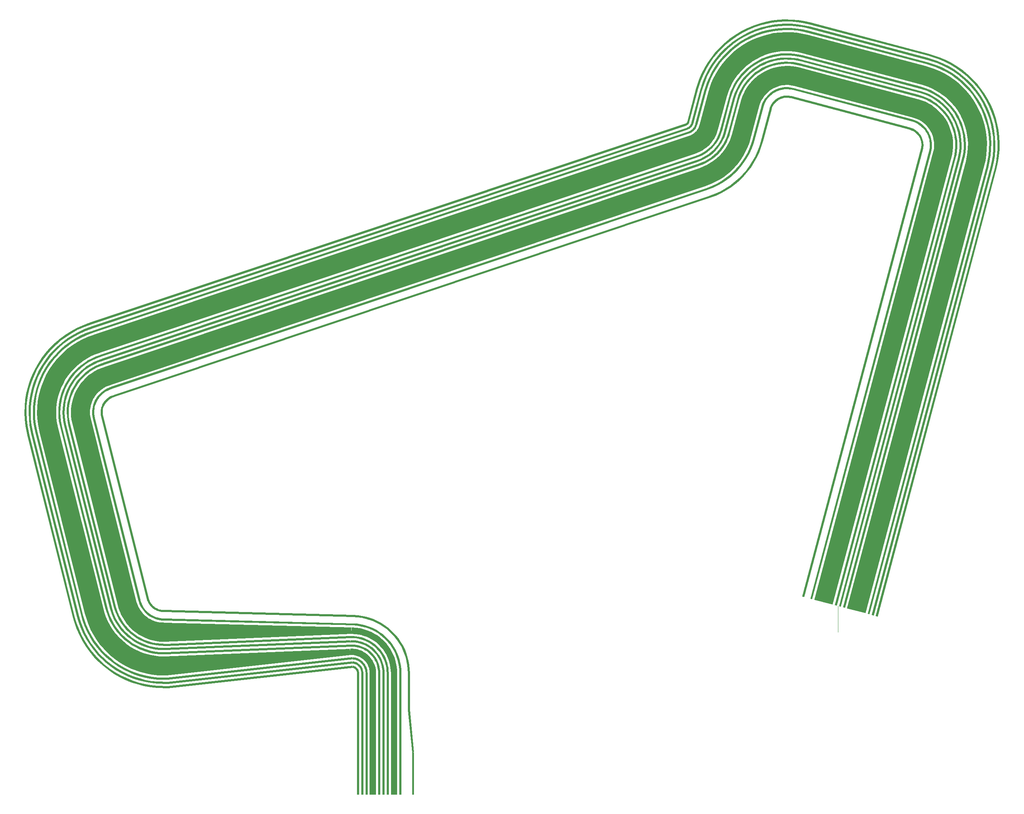
<source format=gbr>
G04 AutoGERB 2.0 for AutoCAD 14*
G04 RS274-X Output *
%FSLAX34Y34*%
%MOMM*%
%ADD12C,0.005000*%
%ADD13C,0.007000*%
G36*X2659550Y1020515D02*X2940090Y2078276D01*X2941920Y2086290*X2943181Y2094368*X2943877Y2102515*X2944004Y2110691*X2943564Y2118855*X2942556Y2126968*X2940987Y2134992*X2938863Y2142888*X2936196Y2150618*X2932997Y2158141*X2929282Y2165425*X2925071Y2172434*X2920381Y2179131*X2915238Y2185487*X2909665Y2191470*X2903690Y2197051*X2897341Y2202202*X2890648Y2206900*X2883646Y2211120*X2876366Y2214844*X2868869Y2218043*X2856584Y2222032*X2576384Y2296346*X2568370Y2298176*X2560291Y2299437*X2552144Y2300133*X2543969Y2300260*X2535805Y2299820*X2527691Y2298812*X2519667Y2297243*X2511772Y2295119*X2504042Y2292452*X2496518Y2289253*X2489234Y2285539*X2482226Y2281327*X2475528Y2276637*X2469172Y2271495*X2463189Y2265922*X2457609Y2259946*X2452458Y2253597*X2447760Y2246904*X2443539Y2239902*X2439815Y2232624*X2436617Y2225125*X2432628Y2212841*X2412534Y2137074*X2410277Y2129624*X2407493Y2122308*X2404206Y2115202*X2400434Y2108342*X2396193Y2101762*X2391505Y2095493*X2386392Y2089564*X2380879Y2084005*X2374994Y2078844*X2368764Y2074104*X2362218Y2069809*X2355391Y2065979*X2348305Y2062630*X2339551Y2059287*X930359Y1587773*X922659Y1584896*X915219Y1581507*X908031Y1577610*X901132Y1573222*X894555Y1568365*X888331Y1563062*X882491Y1557339*X877064Y1551224*X872075Y1544747*X867549Y1537938*X863507Y1530830*X859969Y1523459*X856952Y1515860*X854471Y1508069*X852537Y1500125*X851162Y1492066*X850350Y1483930*X850105Y1475757*X850429Y1467587*X851319Y1459479*X853625Y1447773*X961041Y1018105*X963311Y1010206*X966111Y1002523*X969437Y995054*X973274Y987835*X977605Y980900*X982408Y974282*X987659Y968015*X993333Y962128*X999402Y956650*X1005839Y951607*X1012610Y947024*X1019683Y942923*X1027025Y939325*X1034599Y936244*X1042368Y933698*X1050296Y931700*X1058344Y930257*X1066445Y929380*X1080124Y929166*X1080045Y924167*X1066136Y924385*X1057633Y925304*X1049243Y926809*X1040977Y928893*X1032876Y931547*X1024980Y934758*X1017326Y938510*X1009951Y942785*X1002892Y947564*X996181Y952821*X989854Y958533*X983938Y964670*X978463Y971205*X973456Y978103*X968941Y985334*X964940Y992861*X961472Y1000648*X958554Y1008657*X956212Y1016808*X848744Y1446682*X846372Y1458722*X845440Y1467214*X845102Y1475732*X845357Y1484253*X846203Y1492735*X847638Y1501138*X849654Y1509420*X852241Y1517543*X855386Y1525466*X859074Y1533151*X863288Y1540561*X868008Y1547660*X873209Y1554413*X878868Y1560788*X884956Y1566755*X891444Y1572284*X898301Y1577347*X905494Y1581923*X912988Y1585986*X920746Y1589519*X928690Y1592488*X2337866Y2063996*X2346342Y2067233*X2353096Y2070426*X2359621Y2074084*X2365875Y2078189*X2371829Y2082717*X2377452Y2087650*X2382719Y2092961*X2387604Y2098626*X2392084Y2104617*X2396137Y2110905*X2399741Y2117459*X2402882Y2124249*X2405542Y2131239*X2407723Y2138441*X2427831Y2214254*X2431930Y2226882*X2435284Y2234745*X2439166Y2242335*X2443567Y2249635*X2448465Y2256612*X2453836Y2263231*X2459654Y2269461*X2465891Y2275272*X2472519Y2280634*X2479501Y2285522*X2486807Y2289914*X2494401Y2293786*X2502247Y2297121*X2510305Y2299902*X2518536Y2302116*X2526902Y2303753*X2535362Y2304803*X2543874Y2305263*X2552397Y2305130*X2560890Y2304404*X2569313Y2303089*X2577581Y2301201*X2857997Y2226829*X2870626Y2222730*X2878489Y2219375*X2886077Y2215493*X2893379Y2211093*X2900356Y2206195*X2906975Y2200824*X2913206Y2195005*X2919015Y2188768*X2924378Y2182142*X2929266Y2175159*X2933657Y2167852*X2937530Y2160258*X2940865Y2152413*X2943646Y2144355*X2945860Y2136123*X2947497Y2127757*X2948547Y2119298*X2949007Y2110786*X2948874Y2102262*X2948148Y2093769*X2946833Y2085347*X2944945Y2077079*X2664383Y1019233*X2659550Y1020515*G37*G36*X2669216Y1017952D02*X2949756Y2075712D01*X2951740Y2084405*X2953109Y2093171*X2953864Y2102011*X2954002Y2110881*X2953524Y2119741*X2952431Y2128545*X2950728Y2137252*X2948424Y2145820*X2945529Y2154206*X2942058Y2162371*X2938028Y2170275*X2933458Y2177880*X2928369Y2185148*X2922788Y2192045*X2916741Y2198537*X2910257Y2204592*X2903367Y2210182*X2896105Y2215279*X2888507Y2219859*X2880608Y2223900*X2872470Y2227372*X2859148Y2231698*X2578947Y2306012*X2570255Y2307997*X2561489Y2309365*X2552649Y2310120*X2543778Y2310259*X2534919Y2309781*X2526114Y2308687*X2517408Y2306984*X2508840Y2304680*X2500453Y2301785*X2492288Y2298314*X2484385Y2294284*X2476780Y2289714*X2469512Y2284625*X2462615Y2279044*X2456123Y2272997*X2450067Y2266513*X2444478Y2259624*X2439380Y2252361*X2434800Y2244764*X2430760Y2236864*X2427288Y2228727*X2422962Y2215404*X2402868Y2139639*X2400813Y2132854*X2398276Y2126187*X2395282Y2119714*X2391844Y2113464*X2387981Y2107468*X2383709Y2101756*X2379051Y2096355*X2374028Y2091290*X2368666Y2086587*X2362989Y2082269*X2357026Y2078356*X2350806Y2074866*X2344348Y2071814*X2336378Y2068771*X927186Y1597256*X918834Y1594135*X910761Y1590458*X902961Y1586229*X895475Y1581468*X888338Y1576197*X881585Y1570443*X875248Y1564234*X869359Y1557598*X863945Y1550569*X859034Y1543181*X854648Y1535468*X850808Y1527470*X847535Y1519224*X844843Y1510770*X842745Y1502150*X841251Y1493405*X840371Y1484576*X840105Y1475708*X840457Y1466843*X841423Y1458043*X843923Y1445348*X951340Y1015680*X953802Y1007112*X956840Y998775*X960449Y990670*X964613Y982837*X969312Y975310*X974524Y968130*X980221Y961330*X986378Y954942*X992965Y948998*X999949Y943526*X1007296Y938553*X1014971Y934103*X1022938Y930198*X1031157Y926855*X1039587Y924093*X1048190Y921924*X1056923Y920359*X1065716Y919406*X1080544Y919175*X1080465Y914176*X1065407Y914411*X1056212Y915406*X1047137Y917033*X1038196Y919288*X1029434Y922158*X1020893Y925631*X1012614Y929690*X1004637Y934314*X997002Y939483*X989744Y945169*X982899Y951347*X976500Y957985*X970579Y965053*X965163Y972515*X960280Y980336*X955952Y988477*X952201Y996900*X949045Y1005563*X946511Y1014383*X839042Y1444257*X836476Y1457286*X835468Y1466470*X835102Y1475683*X835378Y1484899*X836294Y1494074*X837846Y1503163*X840026Y1512121*X842824Y1520907*X846225Y1529477*X850215Y1537789*X854773Y1545804*X859878Y1553482*X865504Y1560787*X871625Y1567683*X878210Y1574136*X885227Y1580116*X892644Y1585593*X900424Y1590542*X908530Y1594937*X916921Y1598758*X925517Y1601971*X2334693Y2073480*X2342385Y2076417*X2348511Y2079313*X2354429Y2082631*X2360100Y2086354*X2365501Y2090462*X2370601Y2094935*X2375378Y2099752*X2379810Y2104889*X2383872Y2110323*X2387547Y2116027*X2390817Y2121971*X2393665Y2128128*X2396078Y2134469*X2398057Y2141004*X2418165Y2216817*X2422601Y2230484*X2426229Y2238987*X2430427Y2247195*X2435187Y2255092*X2440485Y2262639*X2446294Y2269798*X2452588Y2276538*X2459334Y2282821*X2466501Y2288622*X2474055Y2293909*X2481958Y2298659*X2490171Y2302847*X2498658Y2306454*X2507373Y2309463*X2516277Y2311857*X2525325Y2313628*X2534476Y2314764*X2543683Y2315262*X2552902Y2315117*X2562088Y2314332*X2571198Y2312910*X2580144Y2310867*X2860561Y2236495*X2874227Y2232059*X2882731Y2228431*X2890940Y2224232*X2898836Y2219472*X2906382Y2214175*X2913542Y2208365*X2920280Y2202072*X2926565Y2195326*X2932366Y2188159*X2937653Y2180605*X2942403Y2172702*X2946591Y2164488*X2950198Y2156003*X2953207Y2147287*X2955601Y2138383*X2957372Y2129334*X2958507Y2120184*X2959005Y2110978*X2958861Y2101758*X2958076Y2092572*X2956653Y2083462*X2954611Y2074515*X2674049Y1016670*X2669216Y1017952*G37*G36*X2678882Y1015388D02*X2959422Y2073149D01*X2961561Y2082520*X2963037Y2091973*X2963851Y2101507*X2964000Y2111074*X2963485Y2120627*X2962305Y2130122*X2960469Y2139512*X2957984Y2148752*X2954863Y2157797*X2951119Y2166601*X2946773Y2175125*X2941844Y2183326*X2936356Y2191165*X2930338Y2198602*X2923817Y2205603*X2916824Y2212134*X2909394Y2218162*X2901562Y2223659*X2893368Y2228598*X2884850Y2232956*X2876072Y2236701*X2861711Y2241364*X2581511Y2315678*X2572140Y2317817*X2562687Y2319293*X2553153Y2320107*X2543586Y2320257*X2534032Y2319741*X2524538Y2318562*X2515148Y2316726*X2505908Y2314240*X2496863Y2311119*X2488059Y2307376*X2479535Y2303029*X2471334Y2298101*X2463496Y2292613*X2456058Y2286594*X2449056Y2280073*X2442526Y2273080*X2436498Y2265650*X2431001Y2257819*X2426062Y2249624*X2421704Y2241106*X2417959Y2232328*X2413296Y2217968*X2393202Y2142203*X2391349Y2136084*X2389060Y2130067*X2386357Y2124225*X2383255Y2118586*X2379769Y2113174*X2375913Y2108020*X2371710Y2103145*X2367177Y2098574*X2362338Y2094330*X2357215Y2090433*X2351833Y2086902*X2346220Y2083753*X2340392Y2080998*X2333205Y2078254*X924013Y1606741*X915010Y1603375*X906302Y1599410*X897891Y1594849*X889818Y1589714*X882122Y1584030*X874838Y1577825*X868005Y1571128*X861654Y1563972*X855815Y1556392*X850519Y1548424*X845789Y1540107*X841648Y1531481*X838117Y1522588*X835214Y1513472*X832952Y1504175*X831341Y1494744*X830392Y1485223*X830105Y1475659*X830485Y1466099*X831527Y1456607*X834222Y1442922*X941638Y1013255*X944293Y1004017*X947569Y995027*X951461Y986287*X955952Y977838*X961020Y969723*X966640Y961979*X972784Y954645*X979424Y947756*X986527Y941346*X994059Y935444*X1001982Y930082*X1010260Y925283*X1018851Y921071*X1027714Y917467*X1036806Y914488*X1046084Y912149*X1055502Y910460*X1064986Y909433*X1080964Y909184*X1080885Y904185*X1064677Y904438*X1054791Y905507*X1045031Y907258*X1035415Y909683*X1025991Y912770*X1016806Y916504*X1007903Y920870*X999323Y925843*X991112Y931401*X983306Y937517*X975945Y944161*X969063Y951300*X962695Y958902*X956871Y966926*X951619Y975337*X946964Y984094*X942930Y993152*X939536Y1002468*X936809Y1011958*X829341Y1441831*X826580Y1455850*X825496Y1465726*X825102Y1475634*X825399Y1485546*X826384Y1495413*X828053Y1505188*X830397Y1514823*X833406Y1524271*X837065Y1533488*X841356Y1542428*X846258Y1551047*X851748Y1559305*X857799Y1567161*X864380Y1574577*X871463Y1581518*X879011Y1587949*X886987Y1593839*X895354Y1599162*X904071Y1603889*X913097Y1607998*X922344Y1611454*X2331520Y2082963*X2338429Y2085601*X2343925Y2088200*X2349236Y2091177*X2354326Y2094518*X2359173Y2098205*X2363750Y2102219*X2368037Y2106542*X2372014Y2111153*X2375660Y2116029*X2378958Y2121147*X2381892Y2126482*X2384449Y2132008*X2386614Y2137699*X2388391Y2143568*X2408499Y2219381*X2413272Y2234085*X2417173Y2243229*X2421689Y2252057*X2426808Y2260550*X2432505Y2268665*X2438753Y2276365*X2445521Y2283612*X2452777Y2290371*X2460485Y2296610*X2468609Y2302296*X2477108Y2307404*X2485942Y2311909*X2495068Y2315788*X2504441Y2319023*X2514017Y2321599*X2523749Y2323503*X2533589Y2324724*X2543491Y2325260*X2553406Y2325104*X2563286Y2324260*X2573083Y2322730*X2582708Y2320533*X2863124Y2246161*X2877829Y2241388*X2886973Y2237487*X2895801Y2232971*X2904293Y2227852*X2912409Y2222155*X2920109Y2215907*X2927356Y2209138*X2934115Y2201883*X2940353Y2194174*X2946039Y2186051*X2951148Y2177552*X2955652Y2168718*X2959532Y2159592*X2962767Y2150219*X2965342Y2140643*X2967246Y2130911*X2968468Y2121070*X2969003Y2111169*X2968848Y2101254*X2968004Y2091374*X2966474Y2081577*X2964277Y2071952*X2683715Y1014106*X2678882Y1015388*G37*G36*X2736877Y1000007D02*X3017417Y2057767D01*X3020485Y2071208*X3022605Y2084787*X3023775Y2098481*X3023989Y2112222*X3023249Y2125945*X3021555Y2139583*X3018917Y2153071*X3015347Y2166342*X3010864Y2179334*X3005487Y2191981*X2999244Y2204224*X2992165Y2216004*X2984282Y2227262*X2975638Y2237945*X2966271Y2248002*X2956226Y2257382*X2945554Y2266041*X2934305Y2273937*X2922535Y2281031*X2910300Y2287291*X2897682Y2292674*X2877093Y2299359*X2596892Y2373673*X2583451Y2376742*X2569873Y2378861*X2556179Y2380031*X2542438Y2380246*X2528715Y2379505*X2515076Y2377811*X2501589Y2375174*X2488318Y2371604*X2475326Y2367120*X2462679Y2361743*X2450436Y2355500*X2438656Y2348421*X2427397Y2340539*X2416714Y2331894*X2406658Y2322527*X2397278Y2312483*X2388619Y2301810*X2380723Y2290561*X2373628Y2278791*X2367369Y2266556*X2361986Y2253938*X2355301Y2233349*X2335207Y2157584*X2334564Y2155461*X2333760Y2153347*X2332810Y2151294*X2331720Y2149313*X2330496Y2147411*X2329140Y2145600*X2327664Y2143888*X2326072Y2142282*X2324371Y2140790*X2322571Y2139421*X2320681Y2138181*X2318708Y2137074*X2316655Y2136103*X2314166Y2135153*X904975Y1663640*X892060Y1658812*X879553Y1653117*X867472Y1646566*X855876Y1639191*X844821Y1631026*X834360Y1622113*X824544Y1612494*X815421Y1602215*X807035Y1591327*X799427Y1579883*X792633Y1567936*X786686Y1555546*X781615Y1542773*X777445Y1529678*X774195Y1516324*X771882Y1502778*X770518Y1489102*X770106Y1475365*X770652Y1461633*X772149Y1447991*X776013Y1428370*X883430Y998703*X887237Y985452*X891942Y972539*X897533Y959985*X903984Y947850*X911263Y936192*X919336Y925070*X928161Y914536*X937699Y904641*X947901Y895433*X958719Y886957*X970101Y879254*X981990Y872361*X994330Y866311*X1007061Y861134*X1020121Y856855*X1033446Y853495*X1046974Y851070*X1060610Y849594*X1083484Y849237*X1083405Y844238*X1060301Y844599*X1046263Y846117*X1032393Y848604*X1018730Y852050*X1005338Y856437*X992285Y861744*X979633Y867948*X967442Y875015*X955772Y882914*X944680Y891604*X934220Y901046*X924440Y911191*X915391Y921993*X907114Y933397*X899651Y945349*X893036Y957792*X887303Y970664*X882480Y983905*X878601Y997406*X771132Y1427279*X767202Y1447234*X765663Y1461260*X765103Y1475340*X765525Y1489425*X766925Y1503447*X769296Y1517337*X772628Y1531029*X776904Y1544456*X782103Y1557553*X788200Y1570257*X795166Y1582506*X802968Y1594240*X811566Y1605404*X820921Y1615943*X830985Y1625806*X841710Y1634945*X853045Y1643316*X864935Y1650879*X877322Y1657596*X890147Y1663435*X903306Y1668353*X2312481Y2139862*X2314692Y2140706*X2316413Y2141519*X2318082Y2142456*X2319682Y2143506*X2321206Y2144665*X2322643Y2145925*X2323991Y2147285*X2325241Y2148735*X2326387Y2150266*X2327423Y2151874*X2328345Y2153551*X2329149Y2155288*X2329829Y2157076*X2330396Y2158949*X2350504Y2234762*X2357299Y2255695*X2362838Y2268679*X2369255Y2281224*X2376530Y2293292*X2384626Y2304825*X2393505Y2315768*X2403123Y2326066*X2413433Y2335671*X2424388Y2344536*X2435931Y2352616*X2448009Y2359875*X2460562Y2366276*X2473531Y2371789*X2486851Y2376387*X2500458Y2380047*X2514287Y2382752*X2528272Y2384488*X2542343Y2385249*X2556432Y2385028*X2570472Y2383828*X2584394Y2381655*X2598089Y2378528*X2878506Y2304156*X2899439Y2297361*X2912423Y2291822*X2924968Y2285404*X2937036Y2278130*X2948569Y2270034*X2959511Y2261155*X2969810Y2251537*X2979415Y2241226*X2988279Y2230273*X2996360Y2218729*X3003619Y2206651*X3010020Y2194098*X3015533Y2181129*X3020130Y2167809*X3023790Y2154202*X3026496Y2140372*X3028232Y2126388*X3028992Y2112317*X3028772Y2098228*X3027572Y2084188*X3025398Y2070265*X3022272Y2056570*X2741710Y998725*X2736877Y1000007*G37*G36*X2746543Y997443D02*X3027083Y2055204D01*X3030306Y2069323*X3032533Y2083589*X3033762Y2097976*X3033987Y2112414*X3033209Y2126831*X3031430Y2141160*X3028658Y2155330*X3024908Y2169274*X3020197Y2182923*X3014548Y2196211*X3007989Y2209074*X3000551Y2221450*X2992270Y2233278*X2983187Y2244503*X2973346Y2255068*X2962793Y2264923*X2951581Y2274021*X2939762Y2282317*X2927397Y2289770*X2914541Y2296346*X2901283Y2302002*X2879656Y2309024*X2599456Y2383339*X2585337Y2386562*X2571070Y2388789*X2556683Y2390018*X2542246Y2390244*X2527828Y2389466*X2513500Y2387686*X2499329Y2384915*X2485386Y2381164*X2471736Y2376453*X2458449Y2370805*X2445586Y2364245*X2433210Y2356808*X2421382Y2348526*X2410157Y2339444*X2399591Y2329602*X2389736Y2319050*X2380639Y2307837*X2372343Y2296019*X2364890Y2283652*X2358313Y2270798*X2352657Y2257540*X2345635Y2235913*X2325542Y2160147*X2325100Y2158690*X2324543Y2157227*X2323886Y2155806*X2323131Y2154433*X2322283Y2153118*X2321346Y2151864*X2320323Y2150678*X2319221Y2149567*X2318043Y2148533*X2316796Y2147586*X2315488Y2146727*X2314122Y2145960*X2312698Y2145288*X2310994Y2144637*X901802Y1673122*X888235Y1668052*X875095Y1662068*X862402Y1655185*X850219Y1647437*X838604Y1638859*X827613Y1629494*X817300Y1619388*X807716Y1608589*X798905Y1597150*X790912Y1585126*X783774Y1572574*X777526Y1559557*X772198Y1546137*X767817Y1532379*X764403Y1518349*X761972Y1504117*X760539Y1489749*X760107Y1475316*X760680Y1460889*X762253Y1446555*X766312Y1425945*X873728Y996277*X877728Y982359*X882671Y968791*X888545Y955601*X895323Y942852*X902970Y930604*X911451Y918918*X920724Y907851*X930744Y897455*X941463Y887781*X952829Y878875*X964787Y870783*X977278Y863540*X990243Y857185*X1003619Y851745*X1017340Y847250*X1031340Y843720*X1045553Y841172*X1059880Y839621*X1083904Y839246*X1083825Y834247*X1059571Y834626*X1044842Y836219*X1030287Y838829*X1015949Y842445*X1001896Y847048*X988198Y852618*X974921Y859127*X962128Y866544*X949882Y874832*X938242Y883952*X927265Y893860*X917003Y904506*X907506Y915841*X898821Y927809*X890990Y940351*X884048Y953408*X878032Y966916*X872971Y980810*X868899Y994980*X761431Y1424854*X757306Y1445798*X755691Y1460516*X755104Y1475291*X755546Y1490072*X757015Y1504786*X759504Y1519362*X763000Y1533730*X767487Y1547820*X772943Y1561564*X779341Y1574895*X786651Y1587749*X794838Y1600063*X803861Y1611778*X813677Y1622837*X824238Y1633187*X835493Y1642778*X847388Y1651562*X859865Y1659498*X872864Y1666547*X886322Y1672675*X900133Y1677837*X2309307Y2149344*X2310735Y2149891*X2311829Y2150407*X2312889Y2151002*X2313909Y2151671*X2314878Y2152408*X2315792Y2153210*X2316650Y2154075*X2317445Y2154997*X2318174Y2155973*X2318834Y2156996*X2319421Y2158063*X2319932Y2159168*X2320365Y2160307*X2320731Y2161514*X2340838Y2237326*X2347970Y2259297*X2353782Y2272921*X2360517Y2286085*X2368150Y2298750*X2376646Y2310852*X2385963Y2322335*X2396056Y2333141*X2406876Y2343221*X2418371Y2352523*X2430485Y2361003*X2443159Y2368620*X2456332Y2375338*X2469941Y2381122*X2483919Y2385947*X2498198Y2389788*X2512711Y2392627*X2527385Y2394449*X2542151Y2395247*X2556936Y2395015*X2571669Y2393756*X2586280Y2391475*X2600653Y2388194*X2881069Y2313821*X2903040Y2306689*X2916664Y2300877*X2929828Y2294143*X2942493Y2286510*X2954596Y2278014*X2966078Y2268696*X2976885Y2258603*X2986964Y2247784*X2996267Y2236289*X3004746Y2224175*X3012364Y2211501*X3019081Y2198328*X3024866Y2184718*X3029691Y2170741*X3033531Y2156461*X3036371Y2141949*X3038192Y2127274*X3038990Y2112509*X3038759Y2097723*X3037500Y2082990*X3035219Y2068380*X3031938Y2054007*X2751376Y996161*X2746543Y997443*G37*G36*X2756209Y994879D02*X3036748Y2052640D01*X3040127Y2067438*X3042461Y2082392*X3043749Y2097472*X3043986Y2112605*X3043170Y2127718*X3041304Y2142737*X3038400Y2157590*X3034468Y2172206*X3029531Y2186513*X3023610Y2200441*X3016734Y2213924*X3008938Y2226896*X3000258Y2239295*X2990737Y2251060*X2980422Y2262135*X2969360Y2272465*X2957607Y2282001*X2945219Y2290696*X2932257Y2298509*X2918783Y2305402*X2904885Y2311331*X2882220Y2318690*X2602020Y2393005*X2587222Y2396383*X2572268Y2398717*X2557188Y2400005*X2542055Y2400242*X2526942Y2399426*X2511923Y2397561*X2497070Y2394656*X2482454Y2390725*X2468147Y2385787*X2454219Y2379866*X2440736Y2372990*X2427763Y2365194*X2415365Y2356514*X2403600Y2346994*X2392525Y2336678*X2382195Y2325617*X2372659Y2313864*X2363964Y2301476*X2356151Y2288513*X2349258Y2275039*X2343328Y2261141*X2335969Y2238476*X2315876Y2162710*X2315636Y2161920*X2315327Y2161106*X2314960Y2160316*X2314542Y2159555*X2314071Y2158824*X2313550Y2158127*X2312982Y2157468*X2312369Y2156850*X2311715Y2156277*X2311024Y2155751*X2310295Y2155272*X2309535Y2154847*X2308742Y2154472*X2307820Y2154120*X898629Y1682607*X884411Y1677292*X870637Y1671020*X857333Y1663805*X844562Y1655683*X832387Y1646692*X820867Y1636876*X810057Y1626283*X800011Y1614963*X790775Y1602973*X782397Y1590369*X774915Y1577212*X768365Y1563568*X762781Y1549501*X758188Y1535080*X754610Y1520374*X752062Y1505456*X750560Y1490396*X750107Y1475267*X750707Y1460145*X752356Y1445119*X756610Y1423520*X864027Y993852*X868219Y979264*X873400Y965043*X879557Y951218*X886661Y937854*X894678Y925016*X903567Y912767*X913287Y901166*X923790Y890269*X935026Y880129*X946939Y870794*X959473Y862311*X972566Y854720*X986156Y848058*X1000177Y842357*X1014559Y837644*X1029234Y833944*X1044132Y831274*X1059151Y829647*X1084324Y829254*X1084245Y824255*X1058842Y824652*X1043421Y826321*X1028181Y829053*X1013168Y832839*X998454Y837660*X984111Y843491*X970209Y850307*X956814Y858072*X943992Y866751*X931805Y876300*X920311Y886674*X909566Y897821*X899622Y909690*X890529Y922221*X882328Y935353*X875060Y949025*X868761Y963168*X863462Y977715*X859198Y992555*X751729Y1422429*X747409Y1444362*X745718Y1459772*X745104Y1475242*X745567Y1490719*X747105Y1506125*X749711Y1521387*X753371Y1536431*X758070Y1551184*X763782Y1565575*X770482Y1579533*X778136Y1592992*X786708Y1605886*X796156Y1618152*X806434Y1629732*X817492Y1640569*X829276Y1650611*X841731Y1659808*X854796Y1668118*X868406Y1675499*X882498Y1681915*X896960Y1687320*X2306135Y2158829*X2306779Y2159075*X2307244Y2159294*X2307698Y2159549*X2308133Y2159834*X2308550Y2160152*X2308942Y2160495*X2309309Y2160865*X2309649Y2161260*X2309962Y2161679*X2310245Y2162118*X2310497Y2162575*X2310716Y2163049*X2310901Y2163535*X2311065Y2164077*X2331172Y2239889*X2338641Y2262898*X2344727Y2277162*X2351778Y2290946*X2359771Y2304207*X2368666Y2316879*X2378422Y2328902*X2388990Y2340217*X2400319Y2350771*X2412354Y2360511*X2425038Y2369389*X2438309Y2377365*X2452102Y2384399*X2466352Y2390456*X2480987Y2395508*X2495939Y2399529*X2511134Y2402502*X2526499Y2404409*X2541960Y2405245*X2557441Y2405002*X2572867Y2403684*X2588165Y2401296*X2603217Y2397860*X2883633Y2323487*X2906642Y2316018*X2920906Y2309933*X2934690Y2302882*X2947950Y2294889*X2960622Y2285994*X2972645Y2276238*X2983961Y2265670*X2994514Y2254341*X3004255Y2242306*X3013133Y2229621*X3021109Y2216351*X3028143Y2202558*X3034200Y2188308*X3039251Y2173673*X3043273Y2158721*X3046245Y2143526*X3048153Y2128161*X3048989Y2112700*X3048746Y2097219*X3047428Y2081793*X3045040Y2066495*X3041603Y2051443*X2761042Y993597*X2756209Y994879*G37*G36*X2601556Y1035896D02*X2882095Y2093659D01*X2882996Y2097601*X2883612Y2101554*X2883953Y2105541*X2884015Y2109542*X2883800Y2113537*X2883307Y2117507*X2882539Y2121434*X2881500Y2125298*X2880194Y2129079*X2878629Y2132762*X2876811Y2136326*X2874751Y2139756*X2872455Y2143033*X2869939Y2146144*X2867211Y2149072*X2864288Y2151803*X2861180Y2154323*X2857905Y2156622*X2854478Y2158687*X2850916Y2160510*X2847259Y2162070*X2841203Y2164037*X2561002Y2238352*X2557059Y2239252*X2553105Y2239869*X2549118Y2240209*X2545118Y2240272*X2541123Y2240056*X2537152Y2239563*X2533226Y2238795*X2529362Y2237756*X2525580Y2236451*X2521898Y2234885*X2518333Y2233068*X2514904Y2231007*X2511627Y2228712*X2508516Y2226195*X2505588Y2223467*X2502857Y2220544*X2500337Y2217437*X2498038Y2214162*X2495972Y2210735*X2494150Y2207174*X2492590Y2203515*X2490623Y2197459*X2470529Y2121694*X2467062Y2110247*X2462793Y2099028*X2457753Y2088133*X2451968Y2077615*X2445466Y2067525*X2438278Y2057912*X2430439Y2048822*X2421986Y2040298*X2412961Y2032385*X2403408Y2025116*X2393372Y2018531*X2382903Y2012658*X2372042Y2007525*X2358589Y2002388*X949397Y1530875*X945608Y1529458*X941968Y1527800*X938450Y1525893*X935074Y1523746*X931856Y1521369*X928810Y1518774*X925952Y1515973*X923296Y1512981*X920855Y1509811*X918640Y1506479*X916662Y1503001*X914931Y1499394*X913454Y1495675*X912240Y1491863*X911294Y1487975*X910621Y1484031*X910224Y1480050*X910104Y1476050*X910262Y1472053*X910697Y1468095*X911833Y1462325*X1019250Y1032657*X1020367Y1028770*X1021737Y1025011*X1023365Y1021356*X1025242Y1017823*X1027362Y1014428*X1029712Y1011190*X1032282Y1008124*X1035058Y1005243*X1038028Y1002563*X1041178Y1000095*X1044492Y997852*X1047953Y995845*X1051546Y994084*X1055251Y992577*X1059054Y991331*X1062933Y990353*X1066872Y989647*X1070822Y989219*X1077604Y989113*X1077525Y984114*X1070513Y984224*X1066161Y984694*X1061880Y985462*X1057663Y986526*X1053530Y987880*X1049501Y989517*X1045596Y991432*X1041833Y993613*X1038231Y996052*X1034807Y998734*X1031579Y1001648*X1028561Y1004779*X1025767Y1008113*X1023213Y1011633*X1020909Y1015322*X1018868Y1019163*X1017098Y1023136*X1015610Y1027221*X1014421Y1031360*X906952Y1461234*X905750Y1467338*X905273Y1471680*X905101Y1476027*X905231Y1480373*X905662Y1484700*X906395Y1488988*X907423Y1493214*X908743Y1497358*X910348Y1501401*X912229Y1505322*X914379Y1509102*X916788Y1512724*X919441Y1516170*X922329Y1519422*X925435Y1522467*X928745Y1525288*X932243Y1527871*X935913Y1530206*X939737Y1532279*X943695Y1534081*X947728Y1535588*X2356904Y2007097*X2370079Y2012128*X2380608Y2017105*X2390775Y2022806*X2400519Y2029201*X2409796Y2036258*X2418559Y2043943*X2426766Y2052219*X2434377Y2061045*X2441357Y2070380*X2447671Y2080178*X2453288Y2090390*X2458182Y2100969*X2462327Y2111862*X2465718Y2123059*X2485826Y2198872*X2487903Y2205272*X2489619Y2209295*X2491599Y2213168*X2493845Y2216893*X2496344Y2220452*X2499084Y2223829*X2502053Y2227008*X2505235Y2229972*X2508616Y2232709*X2512179Y2235202*X2515906Y2237443*X2519781Y2239418*X2523783Y2241120*X2527895Y2242539*X2532095Y2243668*X2536363Y2244504*X2540680Y2245039*X2545023Y2245275*X2549371Y2245206*X2553704Y2244836*X2558002Y2244165*X2562199Y2243207*X2842616Y2168834*X2849016Y2166757*X2853039Y2165041*X2856911Y2163060*X2860636Y2160815*X2864195Y2158316*X2867573Y2155576*X2870752Y2152607*X2873716Y2149425*X2876452Y2146044*X2878946Y2142481*X2881186Y2138753*X2883162Y2134879*X2884863Y2130876*X2886283Y2126765*X2887412Y2122565*X2888248Y2118296*X2888783Y2113980*X2889018Y2109637*X2888950Y2105288*X2888579Y2100955*X2887909Y2096658*X2886950Y2092460*X2606389Y1034614*X2601556Y1035896*G37*G36*X2582224Y1041024D02*X2862764Y2098785D01*X2863354Y2101371*X2863756Y2103950*X2863978Y2106550*X2864019Y2109159*X2863879Y2111764*X2863557Y2114354*X2863057Y2116914*X2862379Y2119434*X2861527Y2121901*X2860507Y2124303*X2859321Y2126627*X2857977Y2128863*X2856480Y2131002*X2854839Y2133029*X2853060Y2134939*X2851154Y2136720*X2849127Y2138364*X2846991Y2139863*X2844757Y2141210*X2842434Y2142398*X2840056Y2143412*X2836076Y2144705*X2555875Y2219020*X2553288Y2219610*X2550710Y2220013*X2548111Y2220235*X2545502Y2220275*X2542895Y2220135*X2540306Y2219813*X2537745Y2219313*X2535226Y2218635*X2532758Y2217784*X2530358Y2216763*X2528033Y2215577*X2525796Y2214234*X2523659Y2212737*X2521631Y2211095*X2519721Y2209316*X2517940Y2207410*X2516296Y2205383*X2514797Y2203247*X2513449Y2201012*X2512261Y2198689*X2511247Y2196312*X2509954Y2192332*X2489860Y2116567*X2485991Y2103788*X2481226Y2091268*X2475602Y2079110*X2469147Y2067372*X2461891Y2056113*X2453869Y2045385*X2445121Y2035241*X2435688Y2025729*X2425616Y2016897*X2414956Y2008787*X2403756Y2001438*X2392074Y1994884*X2379955Y1989156*X2364935Y1983422*X955743Y1511907*X953258Y1510979*X950884Y1509897*X948590Y1508653*X946388Y1507254*X944289Y1505703*X942303Y1504011*X940439Y1502185*X938707Y1500233*X937115Y1498166*X935671Y1495993*X934381Y1493724*X933251Y1491372*X932288Y1488947*X931497Y1486461*X930880Y1483925*X930440Y1481353*X930182Y1478757*X930103Y1476149*X930207Y1473541*X930490Y1470967*X931236Y1467175*X1038653Y1037508*X1039385Y1034958*X1040279Y1032506*X1041341Y1030123*X1042565Y1027819*X1043947Y1025605*X1045480Y1023494*X1047156Y1021494*X1048966Y1019615*X1050904Y1017867*X1052958Y1016257*X1055119Y1014795*X1057376Y1013486*X1059719Y1012338*X1062136Y1011354*X1064616Y1010542*X1067147Y1009904*X1069714Y1009444*X1072281Y1009165*X1076763Y1009096*X1076685Y1004097*X1071972Y1004170*X1069003Y1004491*X1066092Y1005013*X1063225Y1005737*X1060415Y1006657*X1057674Y1007771*X1055019Y1009073*X1052460Y1010556*X1050011Y1012214*X1047683Y1014038*X1045487Y1016020*X1043435Y1018149*X1041535Y1020415*X1039798Y1022810*X1038232Y1025318*X1036844Y1027930*X1035640Y1030631*X1034628Y1033411*X1033824Y1036211*X926355Y1466086*X925543Y1470210*X925218Y1473168*X925100Y1476124*X925189Y1479080*X925483Y1482022*X925981Y1484938*X926680Y1487812*X927577Y1490630*X928668Y1493379*X929948Y1496045*X931410Y1498616*X933048Y1501079*X934852Y1503422*X936816Y1505634*X938928Y1507704*X941178Y1509622*X943559Y1511379*X946053Y1512966*X948653Y1514376*X951345Y1515602*X954074Y1516622*X2363250Y1988131*X2377992Y1993759*X2389779Y1999331*X2401159Y2005713*X2412067Y2012872*X2422451Y2020772*X2432261Y2029374*X2441448Y2038638*X2449968Y2048518*X2457782Y2058968*X2464850Y2069935*X2471137Y2081367*X2476615Y2093209*X2481256Y2105403*X2485049Y2117932*X2505157Y2193745*X2506560Y2198069*X2507730Y2200812*X2509078Y2203445*X2510604Y2205978*X2512303Y2208398*X2514167Y2210695*X2516186Y2212857*X2518350Y2214872*X2520648Y2216732*X2523071Y2218429*X2525606Y2219952*X2528241Y2221296*X2530963Y2222453*X2533759Y2223418*X2536614Y2224186*X2539517Y2224754*X2542452Y2225118*X2545405Y2225278*X2548362Y2225232*X2551309Y2224980*X2554231Y2224523*X2557072Y2223875*X2837489Y2149502*X2841813Y2148099*X2844555Y2146929*X2847188Y2145583*X2849722Y2144056*X2852142Y2142357*X2854439Y2140493*X2856601Y2138474*X2858616Y2136310*X2860477Y2134011*X2862172Y2131588*X2863696Y2129054*X2865040Y2126418*X2866196Y2123696*X2867162Y2120901*X2867930Y2118045*X2868498Y2115143*X2868862Y2112207*X2869022Y2109254*X2868975Y2106297*X2868723Y2103351*X2868267Y2100428*X2867619Y2097588*X2587057Y1039742*X2582224Y1041024*G37*G36*X2611222Y1033335D02*X2891672Y2090758D01*X2892805Y2095719*X2893529Y2100358*X2893929Y2105036*X2894002Y2109732*X2893749Y2114421*X2893170Y2119082*X2892268Y2123691*X2891048Y2128226*X2889516Y2132666*X2887679Y2136987*X2885546Y2141171*X2883127Y2145195*X2880433Y2149043*X2877479Y2152694*X2874279Y2156129*X2870846Y2159336*X2867200Y2162294*X2863357Y2164991*X2859335Y2167416*X2855153Y2169555*X2851037Y2171311*X2843238Y2173843*X2563902Y2247928*X2558941Y2249061*X2554302Y2249785*X2549623Y2250185*X2544927Y2250258*X2540239Y2250005*X2535578Y2249426*X2530968Y2248524*X2526434Y2247305*X2521996Y2245773*X2517673Y2243935*X2513489Y2241802*X2509464Y2239383*X2505617Y2236690*X2501967Y2233736*X2498531Y2230535*X2495324Y2227102*X2492366Y2223456*X2489669Y2219613*X2487244Y2215590*X2485105Y2211409*X2483349Y2207294*X2480817Y2199494*X2460773Y2123922*X2457610Y2113473*X2453588Y2102904*X2448840Y2092639*X2443390Y2082731*X2437264Y2073225*X2430492Y2064169*X2423107Y2055604*X2415144Y2047575*X2406641Y2040118*X2397641Y2033271*X2388186Y2027067*X2378323Y2021534*X2368024Y2016667*X2355813Y2012005*X946555Y1540469*X941789Y1538687*X937515Y1536741*X933387Y1534502*X929423Y1531981*X925647Y1529193*X922073Y1526147*X918718Y1522859*X915600Y1519346*X912736Y1515627*X910136Y1511716*X907814Y1507633*X905781Y1503399*X904049Y1499036*X902624Y1494561*X901514Y1489997*X900723Y1485369*X900257Y1480695*X900116Y1476001*X900303Y1471310*X900796Y1466816*X902255Y1459409*X1009465Y1030569*X1010869Y1025680*X1012477Y1021268*X1014388Y1016977*X1016591Y1012832*X1019079Y1008848*X1021838Y1005046*X1024854Y1001446*X1028112Y998066*X1031597Y994920*X1035294Y992024*X1039185Y989391*X1043247Y987035*X1047464Y984968*X1051813Y983200*X1056276Y981738*X1060831Y980589*X1065452Y979761*X1069867Y979283*X1079177Y979138*X1078468Y934143*X1067090Y934320*X1059053Y935190*X1051346Y936572*X1043755Y938487*X1036316Y940923*X1029061Y943873*X1022032Y947320*X1015258Y951246*X1008775Y955635*X1002612Y960463*X996799Y965709*X991365Y971347*X986337Y977349*X981740Y983685*X977592Y990325*X973917Y997240*X970732Y1004391*X968052Y1011747*X965998Y1018896*X858322Y1449598*X856273Y1460001*X855400Y1467957*X855089Y1475782*X855324Y1483608*X856102Y1491398*X857419Y1499116*X859271Y1506722*X861646Y1514183*X864536Y1521460*X867923Y1528518*X871793Y1535323*X876127Y1541844*X880905Y1548047*X886103Y1553902*X891694Y1559382*X897654Y1564460*X903952Y1569112*X910558Y1573313*X917440Y1577046*X924566Y1580290*X931532Y1582894*X2340642Y2054380*X2350359Y2058090*X2357676Y2061549*X2364807Y2065548*X2371642Y2070034*X2378148Y2074983*X2384295Y2080374*X2390052Y2086179*X2395391Y2092370*X2400287Y2098918*X2404715Y2105790*X2408655Y2112954*X2412087Y2120373*X2414995Y2128014*X2417478Y2136213*X2437636Y2212219*X2441170Y2223103*X2444330Y2230510*X2447895Y2237479*X2451936Y2244184*X2456435Y2250593*X2461369Y2256673*X2466712Y2262394*X2472440Y2267731*X2478528Y2272657*X2484941Y2277146*X2491652Y2281179*X2498626Y2284736*X2505831Y2287798*X2513233Y2290354*X2520795Y2292387*X2528477Y2293889*X2536246Y2294854*X2544064Y2295277*X2551892Y2295154*X2559693Y2294488*X2567430Y2293280*X2574681Y2291625*X2855963Y2217024*X2866848Y2213490*X2874252Y2210330*X2881222Y2206765*X2887928Y2202724*X2894337Y2198225*X2900417Y2193291*X2906138Y2187948*X2911476Y2182219*X2916400Y2176132*X2920890Y2169720*X2924923Y2163008*X2928480Y2156034*X2931543Y2148827*X2934097Y2141427*X2936131Y2133866*X2937633Y2126183*X2938598Y2118414*X2939021Y2110595*X2938898Y2102767*X2938232Y2094965*X2937024Y2087230*X2935369Y2079979*X2654718Y1021799*X2611222Y1033335*G37*G36*X2688549Y1012826D02*X2968998Y2070249D01*X2971370Y2080637*X2972953Y2090777*X2973826Y2101002*X2973987Y2111264*X2973433Y2121512*X2972169Y2131697*X2970198Y2141769*X2967533Y2151680*X2964184Y2161381*X2960169Y2170826*X2955507Y2179970*X2950221Y2188766*X2944334Y2197173*X2937878Y2205152*X2930884Y2212661*X2923383Y2219665*X2915413Y2226132*X2907013Y2232029*X2898223Y2237327*X2889087Y2242000*X2879851Y2245941*X2863746Y2251169*X2584412Y2325255*X2574024Y2327626*X2563883Y2329209*X2553658Y2330082*X2543396Y2330243*X2533147Y2329689*X2522962Y2328424*X2512890Y2326455*X2502981Y2323789*X2493279Y2320440*X2483833Y2316425*X2474690Y2311764*X2465894Y2306477*X2457487Y2300591*X2449508Y2294135*X2441999Y2287140*X2434994Y2279639*X2428527Y2271669*X2422631Y2263269*X2417333Y2254480*X2412660Y2245343*X2408719Y2236107*X2403491Y2220002*X2383447Y2144429*X2381897Y2139309*X2379854Y2133942*X2377444Y2128732*X2374677Y2123699*X2371566Y2118873*X2368128Y2114276*X2364377Y2109926*X2360334Y2105850*X2356018Y2102065*X2351449Y2098589*X2346648Y2095437*X2341638Y2092628*X2336374Y2090141*X2330428Y2087871*X921170Y1616333*X911190Y1612604*X901850Y1608350*X892827Y1603457*X884167Y1597950*X875912Y1591854*X868100Y1585197*X860770Y1578014*X853957Y1570338*X847696Y1562208*X842014Y1553661*X836940Y1544739*X832499Y1535487*X828712Y1525949*X825598Y1516170*X823172Y1506198*X821444Y1496081*X820425Y1485869*X820118Y1475609*X820525Y1465355*X821626Y1455328*X824643Y1440006*X931853Y1011168*X934795Y1000926*X938308Y991284*X942483Y981909*X947301Y972846*X952736Y964141*X958765Y955836*X965356Y947968*X972479Y940578*X980096Y933703*X988175Y927374*X996675Y921621*X1005554Y916473*X1014770Y911955*X1024276Y908089*X1034028Y904894*X1043980Y902385*X1054082Y900574*X1064032Y899498*X1082539Y899208*X1081826Y854213*X1061255Y854535*X1047683Y856003*X1034497Y858368*X1021507Y861643*X1008777Y865814*X996367Y870860*X984339Y876758*X972750Y883476*X961656Y890985*X951111Y899246*X941164Y908223*X931869Y917869*X923266Y928135*X915397Y938978*X908302Y950341*X902014Y962170*X896563Y974407*X891978Y986995*X888386Y999493*X780710Y1430195*X777103Y1448513*X775622Y1462004*X775091Y1475390*X775492Y1488780*X776823Y1502110*X779077Y1515315*X782245Y1528331*X786309Y1541096*X791252Y1553548*X797049Y1565624*X803671Y1577268*X811087Y1588425*X819262Y1599039*X828155Y1609057*X837723Y1618434*X847919Y1627121*X858696Y1635081*X870000Y1642270*X881775Y1648655*X893967Y1654207*X906149Y1658760*X2315257Y2130246*X2318709Y2131564*X2320995Y2132645*X2323269Y2133920*X2325448Y2135350*X2327525Y2136930*X2329487Y2138651*X2331324Y2140503*X2333027Y2142477*X2334589Y2144568*X2336002Y2146760*X2337259Y2149045*X2338355Y2151413*X2339282Y2153850*X2340152Y2156722*X2360310Y2232727*X2366540Y2251916*X2371883Y2264442*X2377984Y2276369*X2384900Y2287842*X2392596Y2298806*X2401037Y2309208*X2410180Y2318999*X2419983Y2328130*X2430396Y2336558*X2441371Y2344240*X2452853Y2351141*X2464788Y2357226*X2477116Y2362467*X2489778Y2366838*X2502715Y2370318*X2515863Y2372889*X2529156Y2374540*X2542533Y2375262*X2555927Y2375053*X2569276Y2373912*X2582511Y2371845*X2595189Y2368952*X2876471Y2294350*X2895660Y2288120*X2908186Y2282777*X2920112Y2276676*X2931586Y2269760*X2942550Y2262063*X2952952Y2253624*X2962743Y2244480*X2971875Y2234677*X2980301Y2224264*X2987984Y2213289*X2994884Y2201807*X3000970Y2189873*X3006211Y2177544*X3010582Y2164881*X3014061Y2151944*X3016632Y2138798*X3018284Y2125503*X3019006Y2112127*X3018797Y2098733*X3017656Y2085384*X3015589Y2072148*X3012695Y2059470*X2732045Y1001290*X2688549Y1012826*G37*G36*X1515245Y932450D02*X1080609Y914178D01*X1080400Y919173*X1515035Y937445*X1515245Y932450*G37*G36*X1076790Y1009096D02*X1521545Y997476D01*X1521413Y992477*X1076659Y1004097*X1076790Y1009096*G37*G36*X1077630Y989113D02*X1521073Y977481D01*X1520941Y972482*X1077499Y984114*X1077630Y989113*G37*G36*X1083170Y849222D02*X1519794Y897453D01*X1520342Y892484*X1083719Y844253*X1083170Y849222*G37*G36*X1083590Y839231D02*X1519148Y887473D01*X1519697Y882504*X1084140Y834262*X1083590Y839231*G37*G36*X1084010Y829239D02*X1520007Y877366D01*X1520555Y872397*X1084559Y824270*X1084010Y829239*G37*G36*X1080820Y909182D02*X1515456Y927454D01*X1515665Y922459*X1081030Y904187*X1080820Y909182*G37*G36*X1079980Y929164D02*X1514616Y947436D01*X1514825Y942441*X1080190Y924169*X1079980Y929164*G37*G36*X1517448Y952510D02*X1076963Y934056D01*X1076625Y979193*X1517333Y967509*X1517448Y952510*G37*G36*X1515270Y902428D02*X1081357Y853992D01*X1077908Y899037*X1514122Y917384*X1515270Y902428*G37*G36*X1650791Y772532D02*X1650791Y859970D01*X1650469Y869228*X1649508Y878397*X1647911Y887479*X1645687Y896426*X1642847Y905198*X1639403Y913751*X1635373Y922043*X1630775Y930035*X1625633Y937688*X1619972Y944965*X1613818Y951831*X1607201Y958252*X1600154Y964197*X1592710Y969638*X1584906Y974548*X1576779Y978903*X1568370Y982683*X1559717Y985868*X1550866Y988445*X1541855Y990399*X1532740Y991720*X1521313Y992482*X1521646Y997471*X1533265Y996697*X1542744Y995322*X1552095Y993294*X1561282Y990621*X1570261Y987314*X1578988Y983392*X1587421Y978873*X1595521Y973777*X1603245Y968130*X1610558Y961961*X1617425Y955298*X1623811Y948172*X1629686Y940621*X1635022Y932680*X1639794Y924386*X1643976Y915780*X1647550Y906903*X1650498Y897801*X1652806Y888516*X1654463Y879092*X1655460Y869575*X1655790Y860057*X1655790Y772532*X1650791Y772532*G37*G36*X1610791Y572532D02*X1610791Y859883D01*X1610562Y866446*X1609892Y872847*X1608777Y879187*X1607225Y885433*X1605242Y891556*X1602838Y897527*X1600024Y903315*X1596815Y908894*X1593225Y914237*X1589272Y919317*X1584977Y924110*X1580358Y928592*X1575438Y932743*X1570242Y936541*X1564795Y939968*X1559121Y943009*X1553250Y945648*X1547210Y947871*X1541031Y949669*X1534741Y951034*X1528461Y951945*X1517015Y952519*X1517770Y967500*X1529916Y966890*X1537410Y965803*X1544720Y964218*X1551903Y962128*X1558923Y959543*X1565746Y956476*X1572340Y952943*X1578673Y948958*X1584711Y944544*X1590429Y939721*X1595798Y934511*X1600791Y928940*X1605384Y923036*X1609556Y916827*X1613287Y910342*X1616557Y903614*X1619351Y896675*X1621656Y889558*X1623460Y882298*X1624755Y874930*X1625535Y867489*X1625790Y860144*X1625790Y572532*X1610791Y572532*G37*G36*X1560791Y572532D02*X1560791Y859883D01*X1560683Y862969*X1560376Y865910*X1559863Y868821*X1559150Y871692*X1558239Y874506*X1557135Y877249*X1555842Y879908*X1554368Y882471*X1552718Y884926*X1550902Y887261*X1548929Y889462*X1546807Y891521*X1544547Y893427*X1542158Y895173*X1539656Y896748*X1537050Y898145*X1534353Y899356*X1531577Y900378*X1528738Y901204*X1525848Y901832*X1522921Y902256*X1519995Y902474*X1516353Y902470*X1515012Y902413*X1514383Y917400*X1516028Y917469*X1520546Y917475*X1524558Y917175*X1528517Y916601*X1532429Y915753*X1536270Y914635*X1540024Y913253*X1543675Y911612*X1547203Y909721*X1550589Y907590*X1553818Y905230*X1556878Y902650*X1559750Y899863*X1562421Y896882*X1564877Y893725*X1567109Y890404*X1569105Y886935*X1570854Y883336*X1572348Y879623*X1573581Y875817*X1574546Y871934*X1575239Y867993*X1575656Y864012*X1575790Y860144*X1575790Y572532*X1560791Y572532*G37*G36*X1630791Y572532D02*X1630791Y859970D01*X1630517Y867838*X1629701Y875622*X1628346Y883333*X1626457Y890930*X1624046Y898378*X1621122Y905639*X1617700Y912680*X1613796Y919466*X1609431Y925964*X1604624Y932142*X1599398Y937971*X1593780Y943423*X1587797Y948471*X1581476Y953091*X1574851Y957259*X1567951Y960957*X1560811Y964167*X1553464Y966871*X1545949Y969059*X1538298Y970718*X1530561Y971840*X1520841Y972487*X1521174Y977476*X1531086Y976817*X1539187Y975641*X1547178Y973908*X1555029Y971624*X1562702Y968798*X1570160Y965446*X1577366Y961584*X1584287Y957230*X1590888Y952404*X1597137Y947132*X1603005Y941438*X1608463Y935349*X1613484Y928897*X1618043Y922109*X1622121Y915023*X1625695Y907668*X1628749Y900083*X1631268Y892305*X1633241Y884370*X1634656Y876317*X1635508Y868185*X1635790Y860057*X1635790Y572532*X1630791Y572532*G37*G36*X1550791Y572532D02*X1550791Y859970D01*X1550711Y862274*X1550475Y864522*X1550083Y866750*X1549538Y868945*X1548841Y871096*X1547997Y873194*X1547008Y875228*X1545881Y877188*X1544619Y879065*X1543231Y880851*X1541721Y882534*X1540098Y884109*X1538370Y885568*X1536545Y886902*X1534630Y888106*X1532636Y889174*X1530574Y890102*X1528452Y890882*X1526280Y891515*X1524106Y891986*X1519782Y892485*X1520356Y897452*X1524925Y896925*X1527511Y896364*X1530017Y895635*X1532465Y894733*X1534845Y893663*X1537145Y892431*X1539354Y891041*X1541461Y889501*X1543455Y887818*X1545328Y886001*X1547070Y884058*X1548672Y881998*X1550128Y879833*X1551429Y877571*X1552570Y875223*X1553544Y872803*X1554349Y870320*X1554978Y867787*X1555430Y865217*X1555702Y862621*X1555790Y860057*X1555790Y572532*X1550791Y572532*G37*G36*X1540791Y572532D02*X1540791Y859970D01*X1540735Y861579*X1540572Y863135*X1540300Y864677*X1539923Y866198*X1539441Y867686*X1538856Y869138*X1538172Y870546*X1537391Y871903*X1536518Y873203*X1535557Y874439*X1534512Y875604*X1533388Y876695*X1532191Y877704*X1530927Y878628*X1529602Y879462*X1528222Y880202*X1526794Y880844*X1525325Y881384*X1523822Y881822*X1522331Y882145*X1519143Y882504*X1519703Y887473*X1523142Y887086*X1525053Y886671*X1526890Y886137*X1528685Y885475*X1530431Y884691*X1532119Y883787*X1533738Y882767*X1535282Y881639*X1536745Y880404*X1538119Y879071*X1539396Y877646*X1540571Y876136*X1541638Y874548*X1542593Y872889*X1543429Y871167*X1544144Y869393*X1544734Y867571*X1545195Y865714*X1545527Y863830*X1545726Y861926*X1545790Y860057*X1545790Y572532*X1540791Y572532*G37*G36*X1530791Y572532D02*X1530791Y859970D01*X1530759Y860883*X1530668Y861749*X1530518Y862606*X1530308Y863448*X1530040Y864276*X1529715Y865083*X1529335Y865866*X1528902Y866619*X1528417Y867342*X1527883Y868027*X1527302Y868675*X1526678Y869281*X1526013Y869841*X1525310Y870355*X1524575Y870818*X1523808Y871229*X1523016Y871585*X1522199Y871885*X1521390Y872121*X1519807Y872427*X1520757Y877336*X1522567Y876986*X1523762Y876638*X1524905Y876218*X1526017Y875718*X1527090Y875143*X1528121Y874494*X1529104Y873776*X1530035Y872990*X1530909Y872142*X1531722Y871236*X1532470Y870273*X1533149Y869262*X1533756Y868207*X1534288Y867112*X1534743Y865983*X1535119Y864825*X1535413Y863641*X1535623Y862442*X1535750Y861230*X1535790Y860057*X1535790Y572532*X1530791Y572532*G37*G36*X1600791Y572532D02*X1600791Y860014D01*X1605790Y860013*X1605790Y572532*X1600791Y572532*G37*G36*X1590791Y572532D02*X1590791Y860014D01*X1595790Y860013*X1595790Y572532*X1590791Y572532*G37*G36*X1580791Y572532D02*X1580791Y860014D01*X1585790Y860013*X1585790Y572532*X1580791Y572532*G37*G36*X1655778Y772780D02*X1665778Y672780D01*X1660803Y672283*X1650803Y772283*X1655778Y772780*G37*G36*X1660791Y572532D02*X1660791Y672532D01*X1665790Y672531*X1665790Y572532*X1660791Y572532*G37*G36*X1600792Y859927D02*X1600590Y865751D01*X1599991Y871460*X1598997Y877114*X1597613Y882686*X1595844Y888147*X1593700Y893472*X1591190Y898635*X1588328Y903612*X1585126Y908377*X1581601Y912908*X1577769Y917182*X1573650Y921181*X1569262Y924883*X1564628Y928270*X1559768Y931327*X1554708Y934039*X1549472Y936393*X1544085Y938375*X1538572Y939980*X1532963Y941197*X1527281Y942020*X1521564Y942446*X1514723Y942439*X1514718Y947438*X1521747Y947447*X1527826Y946993*X1533852Y946120*X1539803Y944829*X1545650Y943128*X1551363Y941024*X1556917Y938528*X1562283Y935652*X1567437Y932409*X1572353Y928816*X1577007Y924890*X1581376Y920649*X1585440Y916115*X1589179Y911310*X1592575Y906255*X1595611Y900978*X1598273Y895501*X1600547Y889854*X1602424Y884061*X1603892Y878151*X1604946Y872155*X1605581Y866098*X1605789Y860100*X1600792Y859927*G37*G36*X1590792Y859927D02*X1590614Y865056D01*X1590088Y870072*X1589214Y875042*X1587998Y879937*X1586444Y884736*X1584559Y889417*X1582354Y893954*X1579839Y898326*X1577025Y902514*X1573927Y906497*X1570560Y910253*X1566939Y913766*X1563083Y917020*X1559010Y919996*X1554741Y922683*X1550294Y925066*X1545692Y927134*X1540958Y928877*X1536115Y930287*X1531184Y931356*X1526192Y932080*X1521168Y932454*X1515143Y932448*X1515138Y937447*X1521351Y937455*X1526737Y937053*X1532073Y936279*X1537344Y935136*X1542523Y933630*X1547583Y931765*X1552503Y929555*X1557256Y927008*X1561821Y924135*X1566174Y920953*X1570296Y917475*X1574167Y913720*X1577766Y909704*X1581078Y905447*X1584086Y900971*X1586775Y896297*X1589132Y891446*X1591147Y886443*X1592809Y881312*X1594109Y876079*X1595043Y870767*X1595605Y865403*X1595789Y860100*X1590792Y859927*G37*G36*X1580792Y859927D02*X1580638Y864360D01*X1580185Y868686*X1579432Y872969*X1578383Y877189*X1577043Y881326*X1575419Y885361*X1573517Y889272*X1571349Y893043*X1568924Y896652*X1566253Y900085*X1563350Y903323*X1560229Y906352*X1556905Y909157*X1553394Y911723*X1549713Y914038*X1545879Y916093*X1541913Y917876*X1537831Y919378*X1533655Y920594*X1529406Y921516*X1525102Y922140*X1520772Y922462*X1515563Y922457*X1515558Y927456*X1520955Y927463*X1525647Y927113*X1530295Y926439*X1534886Y925443*X1539396Y924131*X1543804Y922507*X1548088Y920582*X1552228Y918363*X1556203Y915862*X1559996Y913090*X1563586Y910061*X1566957Y906790*X1570092Y903292*X1572977Y899585*X1575596Y895686*X1577938Y891615*X1579992Y887390*X1581746Y883033*X1583194Y878564*X1584327Y874006*X1585140Y869379*X1585629Y864707*X1585789Y860101*X1580792Y859927*G37*G54D12*X2666800Y1018592D02*X2666800Y956397D01*M02*
</source>
